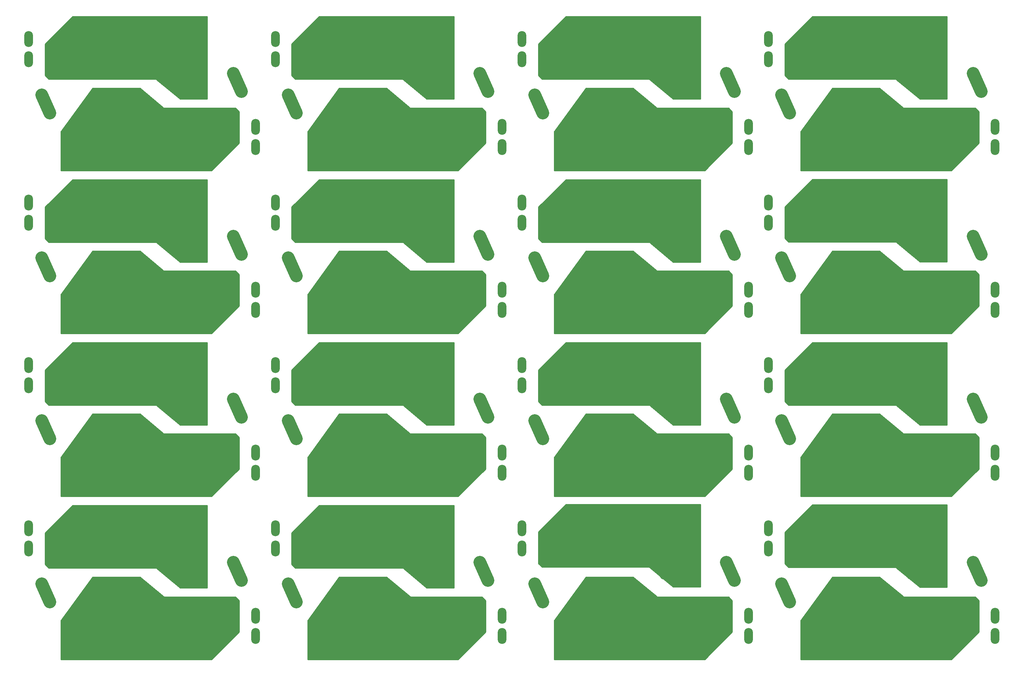
<source format=gbr>
G04 #@! TF.GenerationSoftware,KiCad,Pcbnew,(5.0.0)*
G04 #@! TF.CreationDate,2019-02-08T13:36:01+02:00*
G04 #@! TF.ProjectId,tp_x2_PnP,74705F78325F506E502E6B696361645F,3*
G04 #@! TF.SameCoordinates,Original*
G04 #@! TF.FileFunction,Soldermask,Bot*
G04 #@! TF.FilePolarity,Negative*
%FSLAX46Y46*%
G04 Gerber Fmt 4.6, Leading zero omitted, Abs format (unit mm)*
G04 Created by KiCad (PCBNEW (5.0.0)) date 02/08/19 13:36:01*
%MOMM*%
%LPD*%
G01*
G04 APERTURE LIST*
%ADD10O,2.200000X4.000000*%
%ADD11O,4.000000X2.200000*%
%ADD12C,3.200000*%
%ADD13C,8.400000*%
%ADD14C,3.200000*%
%ADD15C,2.899360*%
%ADD16C,0.254000*%
G04 APERTURE END LIST*
D10*
G04 #@! TO.C,X9*
X207000000Y-176920000D03*
X207000000Y-182000000D03*
G04 #@! TD*
D11*
G04 #@! TO.C,X6*
X240040000Y-167000000D03*
X234960000Y-167000000D03*
G04 #@! TD*
D12*
G04 #@! TO.C,X4*
X228100000Y-166800000D03*
X223100000Y-166800000D03*
X218100000Y-166800000D03*
X228100000Y-159700000D03*
X223100000Y-159700000D03*
X218100000Y-159700000D03*
G04 #@! TD*
D13*
G04 #@! TO.C,REF\002A\002A*
X225400000Y-136900000D03*
G04 #@! TD*
D11*
G04 #@! TO.C,X12*
X235000000Y-183800000D03*
X229920000Y-183800000D03*
G04 #@! TD*
D12*
G04 #@! TO.C,V2.1*
X278015189Y-143145704D03*
D14*
X275060766Y-143666649D02*
X280969612Y-142624759D01*
D12*
X284483625Y-152831226D03*
D14*
X282849708Y-155347238D02*
X286117542Y-150315214D01*
D12*
X273269138Y-152106452D03*
D14*
X272252296Y-149822588D02*
X274285980Y-154390316D01*
G04 #@! TD*
D11*
G04 #@! TO.C,X3*
X302000000Y-208000000D03*
X296920000Y-208000000D03*
G04 #@! TD*
D15*
G04 #@! TO.C,H1*
X236500000Y-192500000D03*
G04 #@! TD*
D13*
G04 #@! TO.C,REF\002A\002A*
X297400000Y-198600000D03*
G04 #@! TD*
G04 #@! TO.C,REF\002A\002A*
X307400000Y-203000000D03*
G04 #@! TD*
D10*
G04 #@! TO.C,X17*
X269000000Y-140880000D03*
X269000000Y-135800000D03*
G04 #@! TD*
G04 #@! TO.C,X7*
X326000000Y-198860000D03*
X326000000Y-203940000D03*
G04 #@! TD*
D12*
G04 #@! TO.C,V2.2*
X316684811Y-155654296D03*
D14*
X319639234Y-155133351D02*
X313730388Y-156175241D01*
D12*
X310216375Y-145968774D03*
D14*
X311850292Y-143452762D02*
X308582458Y-148484786D01*
D12*
X321430862Y-146693548D03*
D14*
X322447704Y-148977412D02*
X320414020Y-144409684D01*
G04 #@! TD*
D15*
G04 #@! TO.C,H2*
X243005382Y-188398781D03*
G04 #@! TD*
D12*
G04 #@! TO.C,V1.1*
X278015189Y-184145704D03*
D14*
X275060766Y-184666649D02*
X280969612Y-183624759D01*
D12*
X284483625Y-193831226D03*
D14*
X282849708Y-196347238D02*
X286117542Y-191315214D01*
D12*
X273269138Y-193106452D03*
D14*
X272252296Y-190822588D02*
X274285980Y-195390316D01*
G04 #@! TD*
D12*
G04 #@! TO.C,X2*
X239000000Y-172900000D03*
X244000000Y-172900000D03*
X249000000Y-172900000D03*
X239000000Y-180000000D03*
X244000000Y-180000000D03*
X249000000Y-180000000D03*
G04 #@! TD*
D10*
G04 #@! TO.C,X14*
X326000000Y-162940000D03*
X326000000Y-157860000D03*
G04 #@! TD*
D12*
G04 #@! TO.C,X1*
X228000000Y-208100000D03*
X223000000Y-208100000D03*
X218000000Y-208100000D03*
X228000000Y-201000000D03*
X223000000Y-201000000D03*
X218000000Y-201000000D03*
G04 #@! TD*
G04 #@! TO.C,X5*
X239000000Y-131900000D03*
X244000000Y-131900000D03*
X249000000Y-131900000D03*
X239000000Y-139000000D03*
X244000000Y-139000000D03*
X249000000Y-139000000D03*
G04 #@! TD*
D13*
G04 #@! TO.C,REF\002A\002A*
X287300000Y-177900000D03*
G04 #@! TD*
D15*
G04 #@! TO.C,H3*
X236500000Y-151500000D03*
G04 #@! TD*
D13*
G04 #@! TO.C,REF\002A\002A*
X307400000Y-161900000D03*
G04 #@! TD*
D15*
G04 #@! TO.C,H4*
X243005382Y-147398781D03*
G04 #@! TD*
D12*
G04 #@! TO.C,V1.2*
X316684811Y-196654296D03*
D14*
X319639234Y-196133351D02*
X313730388Y-197175241D01*
D12*
X310216375Y-186968774D03*
D14*
X311850292Y-184452762D02*
X308582458Y-189484786D01*
D12*
X321430862Y-187693548D03*
D14*
X322447704Y-189977412D02*
X320414020Y-185409684D01*
G04 #@! TD*
D13*
G04 #@! TO.C,REF\002A\002A*
X297300000Y-157600000D03*
G04 #@! TD*
D11*
G04 #@! TO.C,X26*
X291920000Y-142800000D03*
X297000000Y-142800000D03*
G04 #@! TD*
D13*
G04 #@! TO.C,REF\002A\002A*
X287400000Y-136900000D03*
G04 #@! TD*
D11*
G04 #@! TO.C,X12*
X291920000Y-183800000D03*
X297000000Y-183800000D03*
G04 #@! TD*
D12*
G04 #@! TO.C,X5*
X311000000Y-139000000D03*
X306000000Y-139000000D03*
X301000000Y-139000000D03*
X311000000Y-131900000D03*
X306000000Y-131900000D03*
X301000000Y-131900000D03*
G04 #@! TD*
G04 #@! TO.C,X1*
X280000000Y-201000000D03*
X285000000Y-201000000D03*
X290000000Y-201000000D03*
X280000000Y-208100000D03*
X285000000Y-208100000D03*
X290000000Y-208100000D03*
G04 #@! TD*
D11*
G04 #@! TO.C,X26*
X235000000Y-142800000D03*
X229920000Y-142800000D03*
G04 #@! TD*
D10*
G04 #@! TO.C,X17*
X207000000Y-135800000D03*
X207000000Y-140880000D03*
G04 #@! TD*
D15*
G04 #@! TO.C,H4*
X305005382Y-147398781D03*
G04 #@! TD*
D12*
G04 #@! TO.C,V2.1*
X211269138Y-152106452D03*
D14*
X210252296Y-149822588D02*
X212285980Y-154390316D01*
D12*
X222483625Y-152831226D03*
D14*
X220849708Y-155347238D02*
X224117542Y-150315214D01*
D12*
X216015189Y-143145704D03*
D14*
X213060766Y-143666649D02*
X218969612Y-142624759D01*
G04 #@! TD*
D15*
G04 #@! TO.C,H3*
X298500000Y-151500000D03*
G04 #@! TD*
D12*
G04 #@! TO.C,X4*
X280100000Y-159700000D03*
X285100000Y-159700000D03*
X290100000Y-159700000D03*
X280100000Y-166800000D03*
X285100000Y-166800000D03*
X290100000Y-166800000D03*
G04 #@! TD*
D13*
G04 #@! TO.C,REF\002A\002A*
X245400000Y-203000000D03*
G04 #@! TD*
D15*
G04 #@! TO.C,H1*
X298500000Y-192500000D03*
G04 #@! TD*
D13*
G04 #@! TO.C,REF\002A\002A*
X235400000Y-198600000D03*
G04 #@! TD*
D10*
G04 #@! TO.C,X7*
X264000000Y-203940000D03*
X264000000Y-198860000D03*
G04 #@! TD*
D15*
G04 #@! TO.C,H2*
X305005382Y-188398781D03*
G04 #@! TD*
D12*
G04 #@! TO.C,V1.1*
X211269138Y-193106452D03*
D14*
X210252296Y-190822588D02*
X212285980Y-195390316D01*
D12*
X222483625Y-193831226D03*
D14*
X220849708Y-196347238D02*
X224117542Y-191315214D01*
D12*
X216015189Y-184145704D03*
D14*
X213060766Y-184666649D02*
X218969612Y-183624759D01*
G04 #@! TD*
D12*
G04 #@! TO.C,X2*
X311000000Y-180000000D03*
X306000000Y-180000000D03*
X301000000Y-180000000D03*
X311000000Y-172900000D03*
X306000000Y-172900000D03*
X301000000Y-172900000D03*
G04 #@! TD*
D13*
G04 #@! TO.C,REF\002A\002A*
X245400000Y-161900000D03*
G04 #@! TD*
G04 #@! TO.C,REF\002A\002A*
X235300000Y-157600000D03*
G04 #@! TD*
D10*
G04 #@! TO.C,X14*
X264000000Y-157860000D03*
X264000000Y-162940000D03*
G04 #@! TD*
D11*
G04 #@! TO.C,X3*
X234920000Y-208000000D03*
X240000000Y-208000000D03*
G04 #@! TD*
G04 #@! TO.C,X6*
X296960000Y-167000000D03*
X302040000Y-167000000D03*
G04 #@! TD*
D13*
G04 #@! TO.C,REF\002A\002A*
X225300000Y-177900000D03*
G04 #@! TD*
D12*
G04 #@! TO.C,V1.2*
X259430862Y-187693548D03*
D14*
X260447704Y-189977412D02*
X258414020Y-185409684D01*
D12*
X248216375Y-186968774D03*
D14*
X249850292Y-184452762D02*
X246582458Y-189484786D01*
D12*
X254684811Y-196654296D03*
D14*
X257639234Y-196133351D02*
X251730388Y-197175241D01*
G04 #@! TD*
D12*
G04 #@! TO.C,V2.2*
X259430862Y-146693548D03*
D14*
X260447704Y-148977412D02*
X258414020Y-144409684D01*
D12*
X248216375Y-145968774D03*
D14*
X249850292Y-143452762D02*
X246582458Y-148484786D01*
D12*
X254684811Y-155654296D03*
D14*
X257639234Y-155133351D02*
X251730388Y-156175241D01*
G04 #@! TD*
D10*
G04 #@! TO.C,X9*
X269000000Y-182000000D03*
X269000000Y-176920000D03*
G04 #@! TD*
D11*
G04 #@! TO.C,X6*
X110960000Y-167000000D03*
X116040000Y-167000000D03*
G04 #@! TD*
D10*
G04 #@! TO.C,X9*
X83000000Y-182000000D03*
X83000000Y-176920000D03*
G04 #@! TD*
D12*
G04 #@! TO.C,X4*
X94100000Y-159700000D03*
X99100000Y-159700000D03*
X104100000Y-159700000D03*
X94100000Y-166800000D03*
X99100000Y-166800000D03*
X104100000Y-166800000D03*
G04 #@! TD*
D13*
G04 #@! TO.C,REF\002A\002A*
X101400000Y-136900000D03*
G04 #@! TD*
D12*
G04 #@! TO.C,X5*
X125000000Y-139000000D03*
X120000000Y-139000000D03*
X115000000Y-139000000D03*
X125000000Y-131900000D03*
X120000000Y-131900000D03*
X115000000Y-131900000D03*
G04 #@! TD*
G04 #@! TO.C,X2*
X125000000Y-180000000D03*
X120000000Y-180000000D03*
X115000000Y-180000000D03*
X125000000Y-172900000D03*
X120000000Y-172900000D03*
X115000000Y-172900000D03*
G04 #@! TD*
G04 #@! TO.C,X1*
X94000000Y-201000000D03*
X99000000Y-201000000D03*
X104000000Y-201000000D03*
X94000000Y-208100000D03*
X99000000Y-208100000D03*
X104000000Y-208100000D03*
G04 #@! TD*
D11*
G04 #@! TO.C,X12*
X105920000Y-183800000D03*
X111000000Y-183800000D03*
G04 #@! TD*
D12*
G04 #@! TO.C,V2.1*
X149269138Y-152106452D03*
D14*
X148252296Y-149822588D02*
X150285980Y-154390316D01*
D12*
X160483625Y-152831226D03*
D14*
X158849708Y-155347238D02*
X162117542Y-150315214D01*
D12*
X154015189Y-143145704D03*
D14*
X151060766Y-143666649D02*
X156969612Y-142624759D01*
G04 #@! TD*
D13*
G04 #@! TO.C,REF\002A\002A*
X183400000Y-161900000D03*
G04 #@! TD*
G04 #@! TO.C,REF\002A\002A*
X163300000Y-177900000D03*
G04 #@! TD*
D11*
G04 #@! TO.C,X3*
X172920000Y-208000000D03*
X178000000Y-208000000D03*
G04 #@! TD*
D15*
G04 #@! TO.C,H1*
X112500000Y-192500000D03*
G04 #@! TD*
D10*
G04 #@! TO.C,X17*
X145000000Y-135800000D03*
X145000000Y-140880000D03*
G04 #@! TD*
D12*
G04 #@! TO.C,V1.2*
X197430862Y-187693548D03*
D14*
X198447704Y-189977412D02*
X196414020Y-185409684D01*
D12*
X186216375Y-186968774D03*
D14*
X187850292Y-184452762D02*
X184582458Y-189484786D01*
D12*
X192684811Y-196654296D03*
D14*
X195639234Y-196133351D02*
X189730388Y-197175241D01*
G04 #@! TD*
D12*
G04 #@! TO.C,V2.2*
X197430862Y-146693548D03*
D14*
X198447704Y-148977412D02*
X196414020Y-144409684D01*
D12*
X186216375Y-145968774D03*
D14*
X187850292Y-143452762D02*
X184582458Y-148484786D01*
D12*
X192684811Y-155654296D03*
D14*
X195639234Y-155133351D02*
X189730388Y-156175241D01*
G04 #@! TD*
D10*
G04 #@! TO.C,X14*
X202000000Y-157860000D03*
X202000000Y-162940000D03*
G04 #@! TD*
D15*
G04 #@! TO.C,H3*
X112500000Y-151500000D03*
G04 #@! TD*
D10*
G04 #@! TO.C,X7*
X202000000Y-203940000D03*
X202000000Y-198860000D03*
G04 #@! TD*
D15*
G04 #@! TO.C,H2*
X119005382Y-188398781D03*
G04 #@! TD*
G04 #@! TO.C,H4*
X119005382Y-147398781D03*
G04 #@! TD*
D13*
G04 #@! TO.C,REF\002A\002A*
X173400000Y-198600000D03*
G04 #@! TD*
D12*
G04 #@! TO.C,V1.1*
X149269138Y-193106452D03*
D14*
X148252296Y-190822588D02*
X150285980Y-195390316D01*
D12*
X160483625Y-193831226D03*
D14*
X158849708Y-196347238D02*
X162117542Y-191315214D01*
D12*
X154015189Y-184145704D03*
D14*
X151060766Y-184666649D02*
X156969612Y-183624759D01*
G04 #@! TD*
D13*
G04 #@! TO.C,REF\002A\002A*
X183400000Y-203000000D03*
G04 #@! TD*
G04 #@! TO.C,REF\002A\002A*
X173300000Y-157600000D03*
G04 #@! TD*
D11*
G04 #@! TO.C,X26*
X173000000Y-142800000D03*
X167920000Y-142800000D03*
G04 #@! TD*
D15*
G04 #@! TO.C,H3*
X174500000Y-151500000D03*
G04 #@! TD*
D12*
G04 #@! TO.C,X4*
X166100000Y-166800000D03*
X161100000Y-166800000D03*
X156100000Y-166800000D03*
X166100000Y-159700000D03*
X161100000Y-159700000D03*
X156100000Y-159700000D03*
G04 #@! TD*
D15*
G04 #@! TO.C,H4*
X181005382Y-147398781D03*
G04 #@! TD*
D13*
G04 #@! TO.C,REF\002A\002A*
X163400000Y-136900000D03*
G04 #@! TD*
D11*
G04 #@! TO.C,X12*
X173000000Y-183800000D03*
X167920000Y-183800000D03*
G04 #@! TD*
D12*
G04 #@! TO.C,X5*
X177000000Y-131900000D03*
X182000000Y-131900000D03*
X187000000Y-131900000D03*
X177000000Y-139000000D03*
X182000000Y-139000000D03*
X187000000Y-139000000D03*
G04 #@! TD*
G04 #@! TO.C,X2*
X177000000Y-172900000D03*
X182000000Y-172900000D03*
X187000000Y-172900000D03*
X177000000Y-180000000D03*
X182000000Y-180000000D03*
X187000000Y-180000000D03*
G04 #@! TD*
D15*
G04 #@! TO.C,H1*
X174500000Y-192500000D03*
G04 #@! TD*
D12*
G04 #@! TO.C,X1*
X166000000Y-208100000D03*
X161000000Y-208100000D03*
X156000000Y-208100000D03*
X166000000Y-201000000D03*
X161000000Y-201000000D03*
X156000000Y-201000000D03*
G04 #@! TD*
D15*
G04 #@! TO.C,H2*
X181005382Y-188398781D03*
G04 #@! TD*
D11*
G04 #@! TO.C,X26*
X105920000Y-142800000D03*
X111000000Y-142800000D03*
G04 #@! TD*
D12*
G04 #@! TO.C,V1.1*
X92015189Y-184145704D03*
D14*
X89060766Y-184666649D02*
X94969612Y-183624759D01*
D12*
X98483625Y-193831226D03*
D14*
X96849708Y-196347238D02*
X100117542Y-191315214D01*
D12*
X87269138Y-193106452D03*
D14*
X86252296Y-190822588D02*
X88285980Y-195390316D01*
G04 #@! TD*
D13*
G04 #@! TO.C,REF\002A\002A*
X111300000Y-157600000D03*
G04 #@! TD*
G04 #@! TO.C,REF\002A\002A*
X121400000Y-203000000D03*
G04 #@! TD*
G04 #@! TO.C,REF\002A\002A*
X111400000Y-198600000D03*
G04 #@! TD*
G04 #@! TO.C,REF\002A\002A*
X121400000Y-161900000D03*
G04 #@! TD*
D12*
G04 #@! TO.C,V2.1*
X92015189Y-143145704D03*
D14*
X89060766Y-143666649D02*
X94969612Y-142624759D01*
D12*
X98483625Y-152831226D03*
D14*
X96849708Y-155347238D02*
X100117542Y-150315214D01*
D12*
X87269138Y-152106452D03*
D14*
X86252296Y-149822588D02*
X88285980Y-154390316D01*
G04 #@! TD*
D10*
G04 #@! TO.C,X7*
X140000000Y-198860000D03*
X140000000Y-203940000D03*
G04 #@! TD*
G04 #@! TO.C,X17*
X83000000Y-140880000D03*
X83000000Y-135800000D03*
G04 #@! TD*
D13*
G04 #@! TO.C,REF\002A\002A*
X101300000Y-177900000D03*
G04 #@! TD*
D12*
G04 #@! TO.C,V1.2*
X130684811Y-196654296D03*
D14*
X133639234Y-196133351D02*
X127730388Y-197175241D01*
D12*
X124216375Y-186968774D03*
D14*
X125850292Y-184452762D02*
X122582458Y-189484786D01*
D12*
X135430862Y-187693548D03*
D14*
X136447704Y-189977412D02*
X134414020Y-185409684D01*
G04 #@! TD*
D12*
G04 #@! TO.C,V2.2*
X130684811Y-155654296D03*
D14*
X133639234Y-155133351D02*
X127730388Y-156175241D01*
D12*
X124216375Y-145968774D03*
D14*
X125850292Y-143452762D02*
X122582458Y-148484786D01*
D12*
X135430862Y-146693548D03*
D14*
X136447704Y-148977412D02*
X134414020Y-144409684D01*
G04 #@! TD*
D11*
G04 #@! TO.C,X3*
X116000000Y-208000000D03*
X110920000Y-208000000D03*
G04 #@! TD*
D10*
G04 #@! TO.C,X14*
X140000000Y-162940000D03*
X140000000Y-157860000D03*
G04 #@! TD*
G04 #@! TO.C,X9*
X145000000Y-176920000D03*
X145000000Y-182000000D03*
G04 #@! TD*
D11*
G04 #@! TO.C,X6*
X178040000Y-167000000D03*
X172960000Y-167000000D03*
G04 #@! TD*
G04 #@! TO.C,X6*
X234960000Y-85000000D03*
X240040000Y-85000000D03*
G04 #@! TD*
D10*
G04 #@! TO.C,X9*
X207000000Y-100000000D03*
X207000000Y-94920000D03*
G04 #@! TD*
D12*
G04 #@! TO.C,X4*
X218100000Y-77700000D03*
X223100000Y-77700000D03*
X228100000Y-77700000D03*
X218100000Y-84800000D03*
X223100000Y-84800000D03*
X228100000Y-84800000D03*
G04 #@! TD*
D13*
G04 #@! TO.C,REF\002A\002A*
X225400000Y-54900000D03*
G04 #@! TD*
D12*
G04 #@! TO.C,X5*
X249000000Y-57000000D03*
X244000000Y-57000000D03*
X239000000Y-57000000D03*
X249000000Y-49900000D03*
X244000000Y-49900000D03*
X239000000Y-49900000D03*
G04 #@! TD*
G04 #@! TO.C,X2*
X249000000Y-98000000D03*
X244000000Y-98000000D03*
X239000000Y-98000000D03*
X249000000Y-90900000D03*
X244000000Y-90900000D03*
X239000000Y-90900000D03*
G04 #@! TD*
G04 #@! TO.C,X1*
X218000000Y-119000000D03*
X223000000Y-119000000D03*
X228000000Y-119000000D03*
X218000000Y-126100000D03*
X223000000Y-126100000D03*
X228000000Y-126100000D03*
G04 #@! TD*
D11*
G04 #@! TO.C,X12*
X229920000Y-101800000D03*
X235000000Y-101800000D03*
G04 #@! TD*
D12*
G04 #@! TO.C,V2.1*
X273269138Y-70106452D03*
D14*
X272252296Y-67822588D02*
X274285980Y-72390316D01*
D12*
X284483625Y-70831226D03*
D14*
X282849708Y-73347238D02*
X286117542Y-68315214D01*
D12*
X278015189Y-61145704D03*
D14*
X275060766Y-61666649D02*
X280969612Y-60624759D01*
G04 #@! TD*
D13*
G04 #@! TO.C,REF\002A\002A*
X307400000Y-79900000D03*
G04 #@! TD*
G04 #@! TO.C,REF\002A\002A*
X287300000Y-95900000D03*
G04 #@! TD*
D11*
G04 #@! TO.C,X3*
X296920000Y-126000000D03*
X302000000Y-126000000D03*
G04 #@! TD*
D15*
G04 #@! TO.C,H1*
X236500000Y-110500000D03*
G04 #@! TD*
D10*
G04 #@! TO.C,X17*
X269000000Y-53800000D03*
X269000000Y-58880000D03*
G04 #@! TD*
D12*
G04 #@! TO.C,V1.2*
X321430862Y-105693548D03*
D14*
X322447704Y-107977412D02*
X320414020Y-103409684D01*
D12*
X310216375Y-104968774D03*
D14*
X311850292Y-102452762D02*
X308582458Y-107484786D01*
D12*
X316684811Y-114654296D03*
D14*
X319639234Y-114133351D02*
X313730388Y-115175241D01*
G04 #@! TD*
D12*
G04 #@! TO.C,V2.2*
X321430862Y-64693548D03*
D14*
X322447704Y-66977412D02*
X320414020Y-62409684D01*
D12*
X310216375Y-63968774D03*
D14*
X311850292Y-61452762D02*
X308582458Y-66484786D01*
D12*
X316684811Y-73654296D03*
D14*
X319639234Y-73133351D02*
X313730388Y-74175241D01*
G04 #@! TD*
D10*
G04 #@! TO.C,X14*
X326000000Y-75860000D03*
X326000000Y-80940000D03*
G04 #@! TD*
D15*
G04 #@! TO.C,H3*
X236500000Y-69500000D03*
G04 #@! TD*
D10*
G04 #@! TO.C,X7*
X326000000Y-121940000D03*
X326000000Y-116860000D03*
G04 #@! TD*
D15*
G04 #@! TO.C,H2*
X243005382Y-106398781D03*
G04 #@! TD*
G04 #@! TO.C,H4*
X243005382Y-65398781D03*
G04 #@! TD*
D13*
G04 #@! TO.C,REF\002A\002A*
X297400000Y-116600000D03*
G04 #@! TD*
D12*
G04 #@! TO.C,V1.1*
X273269138Y-111106452D03*
D14*
X272252296Y-108822588D02*
X274285980Y-113390316D01*
D12*
X284483625Y-111831226D03*
D14*
X282849708Y-114347238D02*
X286117542Y-109315214D01*
D12*
X278015189Y-102145704D03*
D14*
X275060766Y-102666649D02*
X280969612Y-101624759D01*
G04 #@! TD*
D13*
G04 #@! TO.C,REF\002A\002A*
X307400000Y-121000000D03*
G04 #@! TD*
G04 #@! TO.C,REF\002A\002A*
X297300000Y-75600000D03*
G04 #@! TD*
D11*
G04 #@! TO.C,X26*
X297000000Y-60800000D03*
X291920000Y-60800000D03*
G04 #@! TD*
D15*
G04 #@! TO.C,H3*
X298500000Y-69500000D03*
G04 #@! TD*
D12*
G04 #@! TO.C,X4*
X290100000Y-84800000D03*
X285100000Y-84800000D03*
X280100000Y-84800000D03*
X290100000Y-77700000D03*
X285100000Y-77700000D03*
X280100000Y-77700000D03*
G04 #@! TD*
D15*
G04 #@! TO.C,H4*
X305005382Y-65398781D03*
G04 #@! TD*
D13*
G04 #@! TO.C,REF\002A\002A*
X287400000Y-54900000D03*
G04 #@! TD*
D11*
G04 #@! TO.C,X12*
X297000000Y-101800000D03*
X291920000Y-101800000D03*
G04 #@! TD*
D12*
G04 #@! TO.C,X5*
X301000000Y-49900000D03*
X306000000Y-49900000D03*
X311000000Y-49900000D03*
X301000000Y-57000000D03*
X306000000Y-57000000D03*
X311000000Y-57000000D03*
G04 #@! TD*
G04 #@! TO.C,X2*
X301000000Y-90900000D03*
X306000000Y-90900000D03*
X311000000Y-90900000D03*
X301000000Y-98000000D03*
X306000000Y-98000000D03*
X311000000Y-98000000D03*
G04 #@! TD*
D15*
G04 #@! TO.C,H1*
X298500000Y-110500000D03*
G04 #@! TD*
D12*
G04 #@! TO.C,X1*
X290000000Y-126100000D03*
X285000000Y-126100000D03*
X280000000Y-126100000D03*
X290000000Y-119000000D03*
X285000000Y-119000000D03*
X280000000Y-119000000D03*
G04 #@! TD*
D15*
G04 #@! TO.C,H2*
X305005382Y-106398781D03*
G04 #@! TD*
D11*
G04 #@! TO.C,X26*
X229920000Y-60800000D03*
X235000000Y-60800000D03*
G04 #@! TD*
D12*
G04 #@! TO.C,V1.1*
X216015189Y-102145704D03*
D14*
X213060766Y-102666649D02*
X218969612Y-101624759D01*
D12*
X222483625Y-111831226D03*
D14*
X220849708Y-114347238D02*
X224117542Y-109315214D01*
D12*
X211269138Y-111106452D03*
D14*
X210252296Y-108822588D02*
X212285980Y-113390316D01*
G04 #@! TD*
D13*
G04 #@! TO.C,REF\002A\002A*
X235300000Y-75600000D03*
G04 #@! TD*
G04 #@! TO.C,REF\002A\002A*
X245400000Y-121000000D03*
G04 #@! TD*
G04 #@! TO.C,REF\002A\002A*
X235400000Y-116600000D03*
G04 #@! TD*
G04 #@! TO.C,REF\002A\002A*
X245400000Y-79900000D03*
G04 #@! TD*
D12*
G04 #@! TO.C,V2.1*
X216015189Y-61145704D03*
D14*
X213060766Y-61666649D02*
X218969612Y-60624759D01*
D12*
X222483625Y-70831226D03*
D14*
X220849708Y-73347238D02*
X224117542Y-68315214D01*
D12*
X211269138Y-70106452D03*
D14*
X210252296Y-67822588D02*
X212285980Y-72390316D01*
G04 #@! TD*
D10*
G04 #@! TO.C,X7*
X264000000Y-116860000D03*
X264000000Y-121940000D03*
G04 #@! TD*
G04 #@! TO.C,X17*
X207000000Y-58880000D03*
X207000000Y-53800000D03*
G04 #@! TD*
D13*
G04 #@! TO.C,REF\002A\002A*
X225300000Y-95900000D03*
G04 #@! TD*
D12*
G04 #@! TO.C,V1.2*
X254684811Y-114654296D03*
D14*
X257639234Y-114133351D02*
X251730388Y-115175241D01*
D12*
X248216375Y-104968774D03*
D14*
X249850292Y-102452762D02*
X246582458Y-107484786D01*
D12*
X259430862Y-105693548D03*
D14*
X260447704Y-107977412D02*
X258414020Y-103409684D01*
G04 #@! TD*
D12*
G04 #@! TO.C,V2.2*
X254684811Y-73654296D03*
D14*
X257639234Y-73133351D02*
X251730388Y-74175241D01*
D12*
X248216375Y-63968774D03*
D14*
X249850292Y-61452762D02*
X246582458Y-66484786D01*
D12*
X259430862Y-64693548D03*
D14*
X260447704Y-66977412D02*
X258414020Y-62409684D01*
G04 #@! TD*
D11*
G04 #@! TO.C,X3*
X240000000Y-126000000D03*
X234920000Y-126000000D03*
G04 #@! TD*
D10*
G04 #@! TO.C,X14*
X264000000Y-80940000D03*
X264000000Y-75860000D03*
G04 #@! TD*
G04 #@! TO.C,X9*
X269000000Y-94920000D03*
X269000000Y-100000000D03*
G04 #@! TD*
D11*
G04 #@! TO.C,X6*
X302040000Y-85000000D03*
X296960000Y-85000000D03*
G04 #@! TD*
G04 #@! TO.C,X6*
X172960000Y-85000000D03*
X178040000Y-85000000D03*
G04 #@! TD*
D10*
G04 #@! TO.C,X9*
X145000000Y-100000000D03*
X145000000Y-94920000D03*
G04 #@! TD*
D12*
G04 #@! TO.C,X4*
X156100000Y-77700000D03*
X161100000Y-77700000D03*
X166100000Y-77700000D03*
X156100000Y-84800000D03*
X161100000Y-84800000D03*
X166100000Y-84800000D03*
G04 #@! TD*
D13*
G04 #@! TO.C,REF\002A\002A*
X163400000Y-54900000D03*
G04 #@! TD*
D12*
G04 #@! TO.C,X5*
X187000000Y-57000000D03*
X182000000Y-57000000D03*
X177000000Y-57000000D03*
X187000000Y-49900000D03*
X182000000Y-49900000D03*
X177000000Y-49900000D03*
G04 #@! TD*
G04 #@! TO.C,X2*
X187000000Y-98000000D03*
X182000000Y-98000000D03*
X177000000Y-98000000D03*
X187000000Y-90900000D03*
X182000000Y-90900000D03*
X177000000Y-90900000D03*
G04 #@! TD*
G04 #@! TO.C,X1*
X156000000Y-119000000D03*
X161000000Y-119000000D03*
X166000000Y-119000000D03*
X156000000Y-126100000D03*
X161000000Y-126100000D03*
X166000000Y-126100000D03*
G04 #@! TD*
D11*
G04 #@! TO.C,X12*
X167920000Y-101800000D03*
X173000000Y-101800000D03*
G04 #@! TD*
D15*
G04 #@! TO.C,H1*
X174500000Y-110500000D03*
G04 #@! TD*
G04 #@! TO.C,H3*
X174500000Y-69500000D03*
G04 #@! TD*
G04 #@! TO.C,H2*
X181005382Y-106398781D03*
G04 #@! TD*
G04 #@! TO.C,H4*
X181005382Y-65398781D03*
G04 #@! TD*
D11*
G04 #@! TO.C,X26*
X167920000Y-60800000D03*
X173000000Y-60800000D03*
G04 #@! TD*
D12*
G04 #@! TO.C,V1.1*
X154015189Y-102145704D03*
D14*
X151060766Y-102666649D02*
X156969612Y-101624759D01*
D12*
X160483625Y-111831226D03*
D14*
X158849708Y-114347238D02*
X162117542Y-109315214D01*
D12*
X149269138Y-111106452D03*
D14*
X148252296Y-108822588D02*
X150285980Y-113390316D01*
G04 #@! TD*
D13*
G04 #@! TO.C,REF\002A\002A*
X173300000Y-75600000D03*
G04 #@! TD*
G04 #@! TO.C,REF\002A\002A*
X183400000Y-121000000D03*
G04 #@! TD*
G04 #@! TO.C,REF\002A\002A*
X173400000Y-116600000D03*
G04 #@! TD*
G04 #@! TO.C,REF\002A\002A*
X183400000Y-79900000D03*
G04 #@! TD*
D12*
G04 #@! TO.C,V2.1*
X154015189Y-61145704D03*
D14*
X151060766Y-61666649D02*
X156969612Y-60624759D01*
D12*
X160483625Y-70831226D03*
D14*
X158849708Y-73347238D02*
X162117542Y-68315214D01*
D12*
X149269138Y-70106452D03*
D14*
X148252296Y-67822588D02*
X150285980Y-72390316D01*
G04 #@! TD*
D10*
G04 #@! TO.C,X7*
X202000000Y-116860000D03*
X202000000Y-121940000D03*
G04 #@! TD*
G04 #@! TO.C,X17*
X145000000Y-58880000D03*
X145000000Y-53800000D03*
G04 #@! TD*
D13*
G04 #@! TO.C,REF\002A\002A*
X163300000Y-95900000D03*
G04 #@! TD*
D12*
G04 #@! TO.C,V1.2*
X192684811Y-114654296D03*
D14*
X195639234Y-114133351D02*
X189730388Y-115175241D01*
D12*
X186216375Y-104968774D03*
D14*
X187850292Y-102452762D02*
X184582458Y-107484786D01*
D12*
X197430862Y-105693548D03*
D14*
X198447704Y-107977412D02*
X196414020Y-103409684D01*
G04 #@! TD*
D12*
G04 #@! TO.C,V2.2*
X192684811Y-73654296D03*
D14*
X195639234Y-73133351D02*
X189730388Y-74175241D01*
D12*
X186216375Y-63968774D03*
D14*
X187850292Y-61452762D02*
X184582458Y-66484786D01*
D12*
X197430862Y-64693548D03*
D14*
X198447704Y-66977412D02*
X196414020Y-62409684D01*
G04 #@! TD*
D11*
G04 #@! TO.C,X3*
X178000000Y-126000000D03*
X172920000Y-126000000D03*
G04 #@! TD*
D10*
G04 #@! TO.C,X14*
X202000000Y-80940000D03*
X202000000Y-75860000D03*
G04 #@! TD*
D11*
G04 #@! TO.C,X3*
X110920000Y-126000000D03*
X116000000Y-126000000D03*
G04 #@! TD*
D12*
G04 #@! TO.C,V1.2*
X135430862Y-105693548D03*
D14*
X136447704Y-107977412D02*
X134414020Y-103409684D01*
D12*
X124216375Y-104968774D03*
D14*
X125850292Y-102452762D02*
X122582458Y-107484786D01*
D12*
X130684811Y-114654296D03*
D14*
X133639234Y-114133351D02*
X127730388Y-115175241D01*
G04 #@! TD*
D12*
G04 #@! TO.C,V2.1*
X87269138Y-70106452D03*
D14*
X86252296Y-67822588D02*
X88285980Y-72390316D01*
D12*
X98483625Y-70831226D03*
D14*
X96849708Y-73347238D02*
X100117542Y-68315214D01*
D12*
X92015189Y-61145704D03*
D14*
X89060766Y-61666649D02*
X94969612Y-60624759D01*
G04 #@! TD*
D13*
G04 #@! TO.C,REF\002A\002A*
X121400000Y-121000000D03*
G04 #@! TD*
G04 #@! TO.C,REF\002A\002A*
X111400000Y-116600000D03*
G04 #@! TD*
G04 #@! TO.C,REF\002A\002A*
X101300000Y-95900000D03*
G04 #@! TD*
G04 #@! TO.C,REF\002A\002A*
X121400000Y-79900000D03*
G04 #@! TD*
G04 #@! TO.C,REF\002A\002A*
X111300000Y-75600000D03*
G04 #@! TD*
D12*
G04 #@! TO.C,V1.1*
X87269138Y-111106452D03*
D14*
X86252296Y-108822588D02*
X88285980Y-113390316D01*
D12*
X98483625Y-111831226D03*
D14*
X96849708Y-114347238D02*
X100117542Y-109315214D01*
D12*
X92015189Y-102145704D03*
D14*
X89060766Y-102666649D02*
X94969612Y-101624759D01*
G04 #@! TD*
D12*
G04 #@! TO.C,V2.2*
X135430862Y-64693548D03*
D14*
X136447704Y-66977412D02*
X134414020Y-62409684D01*
D12*
X124216375Y-63968774D03*
D14*
X125850292Y-61452762D02*
X122582458Y-66484786D01*
D12*
X130684811Y-73654296D03*
D14*
X133639234Y-73133351D02*
X127730388Y-74175241D01*
G04 #@! TD*
D10*
G04 #@! TO.C,X14*
X140000000Y-75860000D03*
X140000000Y-80940000D03*
G04 #@! TD*
G04 #@! TO.C,X17*
X83000000Y-53800000D03*
X83000000Y-58880000D03*
G04 #@! TD*
D11*
G04 #@! TO.C,X26*
X111000000Y-60800000D03*
X105920000Y-60800000D03*
G04 #@! TD*
D10*
G04 #@! TO.C,X7*
X140000000Y-121940000D03*
X140000000Y-116860000D03*
G04 #@! TD*
D11*
G04 #@! TO.C,X12*
X111000000Y-101800000D03*
X105920000Y-101800000D03*
G04 #@! TD*
D10*
G04 #@! TO.C,X9*
X83000000Y-94920000D03*
X83000000Y-100000000D03*
G04 #@! TD*
D11*
G04 #@! TO.C,X6*
X116040000Y-85000000D03*
X110960000Y-85000000D03*
G04 #@! TD*
D12*
G04 #@! TO.C,X1*
X104000000Y-126100000D03*
X99000000Y-126100000D03*
X94000000Y-126100000D03*
X104000000Y-119000000D03*
X99000000Y-119000000D03*
X94000000Y-119000000D03*
G04 #@! TD*
G04 #@! TO.C,X2*
X115000000Y-90900000D03*
X120000000Y-90900000D03*
X125000000Y-90900000D03*
X115000000Y-98000000D03*
X120000000Y-98000000D03*
X125000000Y-98000000D03*
G04 #@! TD*
G04 #@! TO.C,X4*
X104100000Y-84800000D03*
X99100000Y-84800000D03*
X94100000Y-84800000D03*
X104100000Y-77700000D03*
X99100000Y-77700000D03*
X94100000Y-77700000D03*
G04 #@! TD*
G04 #@! TO.C,X5*
X115000000Y-49900000D03*
X120000000Y-49900000D03*
X125000000Y-49900000D03*
X115000000Y-57000000D03*
X120000000Y-57000000D03*
X125000000Y-57000000D03*
G04 #@! TD*
D13*
G04 #@! TO.C,REF\002A\002A*
X101400000Y-54900000D03*
G04 #@! TD*
D15*
G04 #@! TO.C,H1*
X112500000Y-110500000D03*
G04 #@! TD*
G04 #@! TO.C,H2*
X119005382Y-106398781D03*
G04 #@! TD*
G04 #@! TO.C,H3*
X112500000Y-69500000D03*
G04 #@! TD*
G04 #@! TO.C,H4*
X119005382Y-65398781D03*
G04 #@! TD*
D16*
G36*
X127873000Y-68873000D02*
X121045980Y-68873000D01*
X115081303Y-63902436D01*
X115037778Y-63878749D01*
X115000000Y-63873000D01*
X88052606Y-63873000D01*
X87127000Y-62947394D01*
X87127000Y-55052606D01*
X94052606Y-48127000D01*
X127873000Y-48127000D01*
X127873000Y-68873000D01*
X127873000Y-68873000D01*
G37*
X127873000Y-68873000D02*
X121045980Y-68873000D01*
X115081303Y-63902436D01*
X115037778Y-63878749D01*
X115000000Y-63873000D01*
X88052606Y-63873000D01*
X87127000Y-62947394D01*
X87127000Y-55052606D01*
X94052606Y-48127000D01*
X127873000Y-48127000D01*
X127873000Y-68873000D01*
G36*
X116918697Y-71097564D02*
X116962222Y-71121251D01*
X117000000Y-71127000D01*
X134947394Y-71127000D01*
X135873000Y-72052606D01*
X135873000Y-79947394D01*
X128947394Y-86873000D01*
X91127000Y-86873000D01*
X91127000Y-77041298D01*
X99064671Y-66127000D01*
X110954020Y-66127000D01*
X116918697Y-71097564D01*
X116918697Y-71097564D01*
G37*
X116918697Y-71097564D02*
X116962222Y-71121251D01*
X117000000Y-71127000D01*
X134947394Y-71127000D01*
X135873000Y-72052606D01*
X135873000Y-79947394D01*
X128947394Y-86873000D01*
X91127000Y-86873000D01*
X91127000Y-77041298D01*
X99064671Y-66127000D01*
X110954020Y-66127000D01*
X116918697Y-71097564D01*
G36*
X189873000Y-68873000D02*
X183045980Y-68873000D01*
X177081303Y-63902436D01*
X177037778Y-63878749D01*
X177000000Y-63873000D01*
X150052606Y-63873000D01*
X149127000Y-62947394D01*
X149127000Y-55052606D01*
X156052606Y-48127000D01*
X189873000Y-48127000D01*
X189873000Y-68873000D01*
X189873000Y-68873000D01*
G37*
X189873000Y-68873000D02*
X183045980Y-68873000D01*
X177081303Y-63902436D01*
X177037778Y-63878749D01*
X177000000Y-63873000D01*
X150052606Y-63873000D01*
X149127000Y-62947394D01*
X149127000Y-55052606D01*
X156052606Y-48127000D01*
X189873000Y-48127000D01*
X189873000Y-68873000D01*
G36*
X251873000Y-68873000D02*
X245045980Y-68873000D01*
X239081303Y-63902436D01*
X239037778Y-63878749D01*
X239000000Y-63873000D01*
X212052606Y-63873000D01*
X211127000Y-62947394D01*
X211127000Y-55052606D01*
X218052606Y-48127000D01*
X251873000Y-48127000D01*
X251873000Y-68873000D01*
X251873000Y-68873000D01*
G37*
X251873000Y-68873000D02*
X245045980Y-68873000D01*
X239081303Y-63902436D01*
X239037778Y-63878749D01*
X239000000Y-63873000D01*
X212052606Y-63873000D01*
X211127000Y-62947394D01*
X211127000Y-55052606D01*
X218052606Y-48127000D01*
X251873000Y-48127000D01*
X251873000Y-68873000D01*
G36*
X313873000Y-68873000D02*
X307045980Y-68873000D01*
X301081303Y-63902436D01*
X301037778Y-63878749D01*
X301000000Y-63873000D01*
X274052606Y-63873000D01*
X273127000Y-62947394D01*
X273127000Y-55052606D01*
X280052606Y-48127000D01*
X313873000Y-48127000D01*
X313873000Y-68873000D01*
X313873000Y-68873000D01*
G37*
X313873000Y-68873000D02*
X307045980Y-68873000D01*
X301081303Y-63902436D01*
X301037778Y-63878749D01*
X301000000Y-63873000D01*
X274052606Y-63873000D01*
X273127000Y-62947394D01*
X273127000Y-55052606D01*
X280052606Y-48127000D01*
X313873000Y-48127000D01*
X313873000Y-68873000D01*
G36*
X178918697Y-71097564D02*
X178962222Y-71121251D01*
X179000000Y-71127000D01*
X196947394Y-71127000D01*
X197873000Y-72052606D01*
X197873000Y-79947394D01*
X190947394Y-86873000D01*
X153127000Y-86873000D01*
X153127000Y-77041298D01*
X161064671Y-66127000D01*
X172954020Y-66127000D01*
X178918697Y-71097564D01*
X178918697Y-71097564D01*
G37*
X178918697Y-71097564D02*
X178962222Y-71121251D01*
X179000000Y-71127000D01*
X196947394Y-71127000D01*
X197873000Y-72052606D01*
X197873000Y-79947394D01*
X190947394Y-86873000D01*
X153127000Y-86873000D01*
X153127000Y-77041298D01*
X161064671Y-66127000D01*
X172954020Y-66127000D01*
X178918697Y-71097564D01*
G36*
X240918697Y-71097564D02*
X240962222Y-71121251D01*
X241000000Y-71127000D01*
X258947394Y-71127000D01*
X259873000Y-72052606D01*
X259873000Y-79947394D01*
X252947394Y-86873000D01*
X215127000Y-86873000D01*
X215127000Y-77041298D01*
X223064671Y-66127000D01*
X234954020Y-66127000D01*
X240918697Y-71097564D01*
X240918697Y-71097564D01*
G37*
X240918697Y-71097564D02*
X240962222Y-71121251D01*
X241000000Y-71127000D01*
X258947394Y-71127000D01*
X259873000Y-72052606D01*
X259873000Y-79947394D01*
X252947394Y-86873000D01*
X215127000Y-86873000D01*
X215127000Y-77041298D01*
X223064671Y-66127000D01*
X234954020Y-66127000D01*
X240918697Y-71097564D01*
G36*
X302918697Y-71097564D02*
X302962222Y-71121251D01*
X303000000Y-71127000D01*
X320947394Y-71127000D01*
X321873000Y-72052606D01*
X321873000Y-79947394D01*
X314947394Y-86873000D01*
X277127000Y-86873000D01*
X277127000Y-77041298D01*
X285064671Y-66127000D01*
X296954020Y-66127000D01*
X302918697Y-71097564D01*
X302918697Y-71097564D01*
G37*
X302918697Y-71097564D02*
X302962222Y-71121251D01*
X303000000Y-71127000D01*
X320947394Y-71127000D01*
X321873000Y-72052606D01*
X321873000Y-79947394D01*
X314947394Y-86873000D01*
X277127000Y-86873000D01*
X277127000Y-77041298D01*
X285064671Y-66127000D01*
X296954020Y-66127000D01*
X302918697Y-71097564D01*
G36*
X127873000Y-109873000D02*
X121045980Y-109873000D01*
X115081303Y-104902436D01*
X115037778Y-104878749D01*
X115000000Y-104873000D01*
X88052606Y-104873000D01*
X87127000Y-103947394D01*
X87127000Y-96052606D01*
X94052606Y-89127000D01*
X127873000Y-89127000D01*
X127873000Y-109873000D01*
X127873000Y-109873000D01*
G37*
X127873000Y-109873000D02*
X121045980Y-109873000D01*
X115081303Y-104902436D01*
X115037778Y-104878749D01*
X115000000Y-104873000D01*
X88052606Y-104873000D01*
X87127000Y-103947394D01*
X87127000Y-96052606D01*
X94052606Y-89127000D01*
X127873000Y-89127000D01*
X127873000Y-109873000D01*
G36*
X189873000Y-109873000D02*
X183045980Y-109873000D01*
X177081303Y-104902436D01*
X177037778Y-104878749D01*
X177000000Y-104873000D01*
X150052606Y-104873000D01*
X149127000Y-103947394D01*
X149127000Y-96052606D01*
X156052606Y-89127000D01*
X189873000Y-89127000D01*
X189873000Y-109873000D01*
X189873000Y-109873000D01*
G37*
X189873000Y-109873000D02*
X183045980Y-109873000D01*
X177081303Y-104902436D01*
X177037778Y-104878749D01*
X177000000Y-104873000D01*
X150052606Y-104873000D01*
X149127000Y-103947394D01*
X149127000Y-96052606D01*
X156052606Y-89127000D01*
X189873000Y-89127000D01*
X189873000Y-109873000D01*
G36*
X251873000Y-109884683D02*
X245045980Y-109884683D01*
X239081303Y-104914119D01*
X239037778Y-104890432D01*
X239000000Y-104884683D01*
X212052606Y-104884683D01*
X211127000Y-103959077D01*
X211127000Y-96064289D01*
X218052606Y-89138683D01*
X251873000Y-89138683D01*
X251873000Y-109884683D01*
X251873000Y-109884683D01*
G37*
X251873000Y-109884683D02*
X245045980Y-109884683D01*
X239081303Y-104914119D01*
X239037778Y-104890432D01*
X239000000Y-104884683D01*
X212052606Y-104884683D01*
X211127000Y-103959077D01*
X211127000Y-96064289D01*
X218052606Y-89138683D01*
X251873000Y-89138683D01*
X251873000Y-109884683D01*
G36*
X313873000Y-109825467D02*
X307045980Y-109825467D01*
X301081303Y-104854903D01*
X301037778Y-104831216D01*
X301000000Y-104825467D01*
X274052606Y-104825467D01*
X273127000Y-103899861D01*
X273127000Y-96005073D01*
X280052606Y-89079467D01*
X313873000Y-89079467D01*
X313873000Y-109825467D01*
X313873000Y-109825467D01*
G37*
X313873000Y-109825467D02*
X307045980Y-109825467D01*
X301081303Y-104854903D01*
X301037778Y-104831216D01*
X301000000Y-104825467D01*
X274052606Y-104825467D01*
X273127000Y-103899861D01*
X273127000Y-96005073D01*
X280052606Y-89079467D01*
X313873000Y-89079467D01*
X313873000Y-109825467D01*
G36*
X127873000Y-150873000D02*
X121045980Y-150873000D01*
X115081303Y-145902436D01*
X115037778Y-145878749D01*
X115000000Y-145873000D01*
X88052606Y-145873000D01*
X87127000Y-144947394D01*
X87127000Y-137052606D01*
X94052606Y-130127000D01*
X127873000Y-130127000D01*
X127873000Y-150873000D01*
X127873000Y-150873000D01*
G37*
X127873000Y-150873000D02*
X121045980Y-150873000D01*
X115081303Y-145902436D01*
X115037778Y-145878749D01*
X115000000Y-145873000D01*
X88052606Y-145873000D01*
X87127000Y-144947394D01*
X87127000Y-137052606D01*
X94052606Y-130127000D01*
X127873000Y-130127000D01*
X127873000Y-150873000D01*
G36*
X189873000Y-150873000D02*
X183045980Y-150873000D01*
X177081303Y-145902436D01*
X177037778Y-145878749D01*
X177000000Y-145873000D01*
X150052606Y-145873000D01*
X149127000Y-144947394D01*
X149127000Y-137052606D01*
X156052606Y-130127000D01*
X189873000Y-130127000D01*
X189873000Y-150873000D01*
X189873000Y-150873000D01*
G37*
X189873000Y-150873000D02*
X183045980Y-150873000D01*
X177081303Y-145902436D01*
X177037778Y-145878749D01*
X177000000Y-145873000D01*
X150052606Y-145873000D01*
X149127000Y-144947394D01*
X149127000Y-137052606D01*
X156052606Y-130127000D01*
X189873000Y-130127000D01*
X189873000Y-150873000D01*
G36*
X251873000Y-150873000D02*
X245045980Y-150873000D01*
X239081303Y-145902436D01*
X239037778Y-145878749D01*
X239000000Y-145873000D01*
X212052606Y-145873000D01*
X211127000Y-144947394D01*
X211127000Y-137052606D01*
X218052606Y-130127000D01*
X251873000Y-130127000D01*
X251873000Y-150873000D01*
X251873000Y-150873000D01*
G37*
X251873000Y-150873000D02*
X245045980Y-150873000D01*
X239081303Y-145902436D01*
X239037778Y-145878749D01*
X239000000Y-145873000D01*
X212052606Y-145873000D01*
X211127000Y-144947394D01*
X211127000Y-137052606D01*
X218052606Y-130127000D01*
X251873000Y-130127000D01*
X251873000Y-150873000D01*
G36*
X313873000Y-150873000D02*
X307045980Y-150873000D01*
X301081303Y-145902436D01*
X301037778Y-145878749D01*
X301000000Y-145873000D01*
X274052606Y-145873000D01*
X273127000Y-144947394D01*
X273127000Y-137052606D01*
X280052606Y-130127000D01*
X313873000Y-130127000D01*
X313873000Y-150873000D01*
X313873000Y-150873000D01*
G37*
X313873000Y-150873000D02*
X307045980Y-150873000D01*
X301081303Y-145902436D01*
X301037778Y-145878749D01*
X301000000Y-145873000D01*
X274052606Y-145873000D01*
X273127000Y-144947394D01*
X273127000Y-137052606D01*
X280052606Y-130127000D01*
X313873000Y-130127000D01*
X313873000Y-150873000D01*
G36*
X127873000Y-191873000D02*
X121045980Y-191873000D01*
X115081303Y-186902436D01*
X115037778Y-186878749D01*
X115000000Y-186873000D01*
X88052606Y-186873000D01*
X87127000Y-185947394D01*
X87127000Y-178052606D01*
X94052606Y-171127000D01*
X127873000Y-171127000D01*
X127873000Y-191873000D01*
X127873000Y-191873000D01*
G37*
X127873000Y-191873000D02*
X121045980Y-191873000D01*
X115081303Y-186902436D01*
X115037778Y-186878749D01*
X115000000Y-186873000D01*
X88052606Y-186873000D01*
X87127000Y-185947394D01*
X87127000Y-178052606D01*
X94052606Y-171127000D01*
X127873000Y-171127000D01*
X127873000Y-191873000D01*
G36*
X189873000Y-191873000D02*
X183045980Y-191873000D01*
X177081303Y-186902436D01*
X177037778Y-186878749D01*
X177000000Y-186873000D01*
X150052606Y-186873000D01*
X149127000Y-185947394D01*
X149127000Y-178052606D01*
X156052606Y-171127000D01*
X189873000Y-171127000D01*
X189873000Y-191873000D01*
X189873000Y-191873000D01*
G37*
X189873000Y-191873000D02*
X183045980Y-191873000D01*
X177081303Y-186902436D01*
X177037778Y-186878749D01*
X177000000Y-186873000D01*
X150052606Y-186873000D01*
X149127000Y-185947394D01*
X149127000Y-178052606D01*
X156052606Y-171127000D01*
X189873000Y-171127000D01*
X189873000Y-191873000D01*
G36*
X251873000Y-191655390D02*
X245045980Y-191655390D01*
X239081303Y-186684826D01*
X239037778Y-186661139D01*
X239000000Y-186655390D01*
X212052606Y-186655390D01*
X211127000Y-185729784D01*
X211127000Y-177834996D01*
X218052606Y-170909390D01*
X251873000Y-170909390D01*
X251873000Y-191655390D01*
X251873000Y-191655390D01*
G37*
X251873000Y-191655390D02*
X245045980Y-191655390D01*
X239081303Y-186684826D01*
X239037778Y-186661139D01*
X239000000Y-186655390D01*
X212052606Y-186655390D01*
X211127000Y-185729784D01*
X211127000Y-177834996D01*
X218052606Y-170909390D01*
X251873000Y-170909390D01*
X251873000Y-191655390D01*
G36*
X313873000Y-191737007D02*
X307045980Y-191737007D01*
X301081303Y-186766443D01*
X301037778Y-186742756D01*
X301000000Y-186737007D01*
X274052606Y-186737007D01*
X273127000Y-185811401D01*
X273127000Y-177916613D01*
X280052606Y-170991007D01*
X313873000Y-170991007D01*
X313873000Y-191737007D01*
X313873000Y-191737007D01*
G37*
X313873000Y-191737007D02*
X307045980Y-191737007D01*
X301081303Y-186766443D01*
X301037778Y-186742756D01*
X301000000Y-186737007D01*
X274052606Y-186737007D01*
X273127000Y-185811401D01*
X273127000Y-177916613D01*
X280052606Y-170991007D01*
X313873000Y-170991007D01*
X313873000Y-191737007D01*
G36*
X116918697Y-112097564D02*
X116962222Y-112121251D01*
X117000000Y-112127000D01*
X134947394Y-112127000D01*
X135873000Y-113052606D01*
X135873000Y-120947394D01*
X128947394Y-127873000D01*
X91127000Y-127873000D01*
X91127000Y-118041298D01*
X99064671Y-107127000D01*
X110954020Y-107127000D01*
X116918697Y-112097564D01*
X116918697Y-112097564D01*
G37*
X116918697Y-112097564D02*
X116962222Y-112121251D01*
X117000000Y-112127000D01*
X134947394Y-112127000D01*
X135873000Y-113052606D01*
X135873000Y-120947394D01*
X128947394Y-127873000D01*
X91127000Y-127873000D01*
X91127000Y-118041298D01*
X99064671Y-107127000D01*
X110954020Y-107127000D01*
X116918697Y-112097564D01*
G36*
X178918697Y-112097564D02*
X178962222Y-112121251D01*
X179000000Y-112127000D01*
X196947394Y-112127000D01*
X197873000Y-113052606D01*
X197873000Y-120947394D01*
X190947394Y-127873000D01*
X153127000Y-127873000D01*
X153127000Y-118041298D01*
X161064671Y-107127000D01*
X172954020Y-107127000D01*
X178918697Y-112097564D01*
X178918697Y-112097564D01*
G37*
X178918697Y-112097564D02*
X178962222Y-112121251D01*
X179000000Y-112127000D01*
X196947394Y-112127000D01*
X197873000Y-113052606D01*
X197873000Y-120947394D01*
X190947394Y-127873000D01*
X153127000Y-127873000D01*
X153127000Y-118041298D01*
X161064671Y-107127000D01*
X172954020Y-107127000D01*
X178918697Y-112097564D01*
G36*
X240918697Y-112097564D02*
X240962222Y-112121251D01*
X241000000Y-112127000D01*
X258947394Y-112127000D01*
X259873000Y-113052606D01*
X259873000Y-120947394D01*
X252947394Y-127873000D01*
X215127000Y-127873000D01*
X215127000Y-118041298D01*
X223064671Y-107127000D01*
X234954020Y-107127000D01*
X240918697Y-112097564D01*
X240918697Y-112097564D01*
G37*
X240918697Y-112097564D02*
X240962222Y-112121251D01*
X241000000Y-112127000D01*
X258947394Y-112127000D01*
X259873000Y-113052606D01*
X259873000Y-120947394D01*
X252947394Y-127873000D01*
X215127000Y-127873000D01*
X215127000Y-118041298D01*
X223064671Y-107127000D01*
X234954020Y-107127000D01*
X240918697Y-112097564D01*
G36*
X302918697Y-112097564D02*
X302962222Y-112121251D01*
X303000000Y-112127000D01*
X320947394Y-112127000D01*
X321873000Y-113052606D01*
X321873000Y-120947394D01*
X314947394Y-127873000D01*
X277127000Y-127873000D01*
X277127000Y-118041298D01*
X285064671Y-107127000D01*
X296954020Y-107127000D01*
X302918697Y-112097564D01*
X302918697Y-112097564D01*
G37*
X302918697Y-112097564D02*
X302962222Y-112121251D01*
X303000000Y-112127000D01*
X320947394Y-112127000D01*
X321873000Y-113052606D01*
X321873000Y-120947394D01*
X314947394Y-127873000D01*
X277127000Y-127873000D01*
X277127000Y-118041298D01*
X285064671Y-107127000D01*
X296954020Y-107127000D01*
X302918697Y-112097564D01*
G36*
X116918697Y-153097564D02*
X116962222Y-153121251D01*
X117000000Y-153127000D01*
X134947394Y-153127000D01*
X135873000Y-154052606D01*
X135873000Y-161947394D01*
X128947394Y-168873000D01*
X91127000Y-168873000D01*
X91127000Y-159041298D01*
X99064671Y-148127000D01*
X110954020Y-148127000D01*
X116918697Y-153097564D01*
X116918697Y-153097564D01*
G37*
X116918697Y-153097564D02*
X116962222Y-153121251D01*
X117000000Y-153127000D01*
X134947394Y-153127000D01*
X135873000Y-154052606D01*
X135873000Y-161947394D01*
X128947394Y-168873000D01*
X91127000Y-168873000D01*
X91127000Y-159041298D01*
X99064671Y-148127000D01*
X110954020Y-148127000D01*
X116918697Y-153097564D01*
G36*
X178918697Y-153097564D02*
X178962222Y-153121251D01*
X179000000Y-153127000D01*
X196947394Y-153127000D01*
X197873000Y-154052606D01*
X197873000Y-161947394D01*
X190947394Y-168873000D01*
X153127000Y-168873000D01*
X153127000Y-159041298D01*
X161064671Y-148127000D01*
X172954020Y-148127000D01*
X178918697Y-153097564D01*
X178918697Y-153097564D01*
G37*
X178918697Y-153097564D02*
X178962222Y-153121251D01*
X179000000Y-153127000D01*
X196947394Y-153127000D01*
X197873000Y-154052606D01*
X197873000Y-161947394D01*
X190947394Y-168873000D01*
X153127000Y-168873000D01*
X153127000Y-159041298D01*
X161064671Y-148127000D01*
X172954020Y-148127000D01*
X178918697Y-153097564D01*
G36*
X240918697Y-153097564D02*
X240962222Y-153121251D01*
X241000000Y-153127000D01*
X258947394Y-153127000D01*
X259873000Y-154052606D01*
X259873000Y-161947394D01*
X252947394Y-168873000D01*
X215127000Y-168873000D01*
X215127000Y-159041298D01*
X223064671Y-148127000D01*
X234954020Y-148127000D01*
X240918697Y-153097564D01*
X240918697Y-153097564D01*
G37*
X240918697Y-153097564D02*
X240962222Y-153121251D01*
X241000000Y-153127000D01*
X258947394Y-153127000D01*
X259873000Y-154052606D01*
X259873000Y-161947394D01*
X252947394Y-168873000D01*
X215127000Y-168873000D01*
X215127000Y-159041298D01*
X223064671Y-148127000D01*
X234954020Y-148127000D01*
X240918697Y-153097564D01*
G36*
X302918697Y-153097564D02*
X302962222Y-153121251D01*
X303000000Y-153127000D01*
X320947394Y-153127000D01*
X321873000Y-154052606D01*
X321873000Y-161947394D01*
X314947394Y-168873000D01*
X277127000Y-168873000D01*
X277127000Y-159041298D01*
X285064671Y-148127000D01*
X296954020Y-148127000D01*
X302918697Y-153097564D01*
X302918697Y-153097564D01*
G37*
X302918697Y-153097564D02*
X302962222Y-153121251D01*
X303000000Y-153127000D01*
X320947394Y-153127000D01*
X321873000Y-154052606D01*
X321873000Y-161947394D01*
X314947394Y-168873000D01*
X277127000Y-168873000D01*
X277127000Y-159041298D01*
X285064671Y-148127000D01*
X296954020Y-148127000D01*
X302918697Y-153097564D01*
G36*
X116918697Y-194097564D02*
X116962222Y-194121251D01*
X117000000Y-194127000D01*
X134947394Y-194127000D01*
X135873000Y-195052606D01*
X135873000Y-202947394D01*
X128947394Y-209873000D01*
X91127000Y-209873000D01*
X91127000Y-200041298D01*
X99064671Y-189127000D01*
X110954020Y-189127000D01*
X116918697Y-194097564D01*
X116918697Y-194097564D01*
G37*
X116918697Y-194097564D02*
X116962222Y-194121251D01*
X117000000Y-194127000D01*
X134947394Y-194127000D01*
X135873000Y-195052606D01*
X135873000Y-202947394D01*
X128947394Y-209873000D01*
X91127000Y-209873000D01*
X91127000Y-200041298D01*
X99064671Y-189127000D01*
X110954020Y-189127000D01*
X116918697Y-194097564D01*
G36*
X178918697Y-194097564D02*
X178962222Y-194121251D01*
X179000000Y-194127000D01*
X196947394Y-194127000D01*
X197873000Y-195052606D01*
X197873000Y-202947394D01*
X190947394Y-209873000D01*
X153127000Y-209873000D01*
X153127000Y-200041298D01*
X161064671Y-189127000D01*
X172954020Y-189127000D01*
X178918697Y-194097564D01*
X178918697Y-194097564D01*
G37*
X178918697Y-194097564D02*
X178962222Y-194121251D01*
X179000000Y-194127000D01*
X196947394Y-194127000D01*
X197873000Y-195052606D01*
X197873000Y-202947394D01*
X190947394Y-209873000D01*
X153127000Y-209873000D01*
X153127000Y-200041298D01*
X161064671Y-189127000D01*
X172954020Y-189127000D01*
X178918697Y-194097564D01*
G36*
X240918697Y-194097564D02*
X240962222Y-194121251D01*
X241000000Y-194127000D01*
X258947394Y-194127000D01*
X259873000Y-195052606D01*
X259873000Y-202947394D01*
X252947394Y-209873000D01*
X215127000Y-209873000D01*
X215127000Y-200041298D01*
X223064671Y-189127000D01*
X234954020Y-189127000D01*
X240918697Y-194097564D01*
X240918697Y-194097564D01*
G37*
X240918697Y-194097564D02*
X240962222Y-194121251D01*
X241000000Y-194127000D01*
X258947394Y-194127000D01*
X259873000Y-195052606D01*
X259873000Y-202947394D01*
X252947394Y-209873000D01*
X215127000Y-209873000D01*
X215127000Y-200041298D01*
X223064671Y-189127000D01*
X234954020Y-189127000D01*
X240918697Y-194097564D01*
G36*
X302918697Y-194097564D02*
X302962222Y-194121251D01*
X303000000Y-194127000D01*
X320947394Y-194127000D01*
X321873000Y-195052606D01*
X321873000Y-202947394D01*
X314947394Y-209873000D01*
X277127000Y-209873000D01*
X277127000Y-200041298D01*
X285064671Y-189127000D01*
X296954020Y-189127000D01*
X302918697Y-194097564D01*
X302918697Y-194097564D01*
G37*
X302918697Y-194097564D02*
X302962222Y-194121251D01*
X303000000Y-194127000D01*
X320947394Y-194127000D01*
X321873000Y-195052606D01*
X321873000Y-202947394D01*
X314947394Y-209873000D01*
X277127000Y-209873000D01*
X277127000Y-200041298D01*
X285064671Y-189127000D01*
X296954020Y-189127000D01*
X302918697Y-194097564D01*
M02*

</source>
